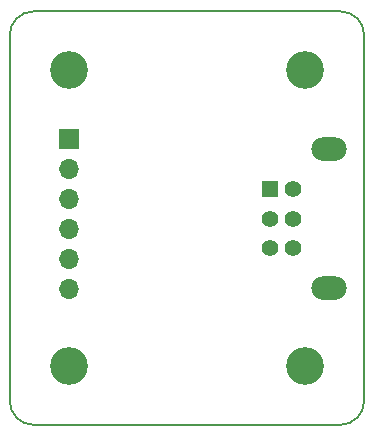
<source format=gbr>
G04 #@! TF.GenerationSoftware,KiCad,Pcbnew,5.1.6-c6e7f7d~86~ubuntu20.04.1*
G04 #@! TF.CreationDate,2020-05-17T16:04:05+03:00*
G04 #@! TF.ProjectId,GB-BRK-LINK-A,47422d42-524b-42d4-9c49-4e4b2d412e6b,v1.0*
G04 #@! TF.SameCoordinates,Original*
G04 #@! TF.FileFunction,Soldermask,Bot*
G04 #@! TF.FilePolarity,Negative*
%FSLAX46Y46*%
G04 Gerber Fmt 4.6, Leading zero omitted, Abs format (unit mm)*
G04 Created by KiCad (PCBNEW 5.1.6-c6e7f7d~86~ubuntu20.04.1) date 2020-05-17 16:04:05*
%MOMM*%
%LPD*%
G01*
G04 APERTURE LIST*
G04 #@! TA.AperFunction,Profile*
%ADD10C,0.150000*%
G04 #@! TD*
%ADD11R,1.700000X1.700000*%
%ADD12O,1.700000X1.700000*%
%ADD13O,3.000000X2.000000*%
%ADD14R,1.400000X1.400000*%
%ADD15C,1.400000*%
%ADD16C,3.200000*%
G04 APERTURE END LIST*
D10*
X52000000Y-85000000D02*
G75*
G02*
X50000000Y-83000000I0J2000000D01*
G01*
X80000000Y-83000000D02*
G75*
G02*
X78000000Y-85000000I-2000000J0D01*
G01*
X78000000Y-50000000D02*
G75*
G02*
X80000000Y-52000000I0J-2000000D01*
G01*
X50000000Y-52000000D02*
G75*
G02*
X52000000Y-50000000I2000000J0D01*
G01*
X52000000Y-85000000D02*
X78000000Y-85000000D01*
X80000000Y-52000000D02*
X80000000Y-83000000D01*
X52000000Y-50000000D02*
X78000000Y-50000000D01*
X50000000Y-52000000D02*
X50000000Y-83000000D01*
D11*
X55000000Y-60850000D03*
D12*
X55000000Y-63390000D03*
X55000000Y-65930000D03*
X55000000Y-68470000D03*
X55000000Y-71010000D03*
X55000000Y-73550000D03*
D13*
X77000000Y-61650000D03*
X77000000Y-73450000D03*
D14*
X72000000Y-65050000D03*
D15*
X74000000Y-65050000D03*
X72000000Y-67550000D03*
X74000000Y-67550000D03*
X72000000Y-70050000D03*
X74000000Y-70050000D03*
D16*
X75000000Y-80000000D03*
X75000000Y-55000000D03*
X55000000Y-80000000D03*
X55000000Y-55000000D03*
M02*

</source>
